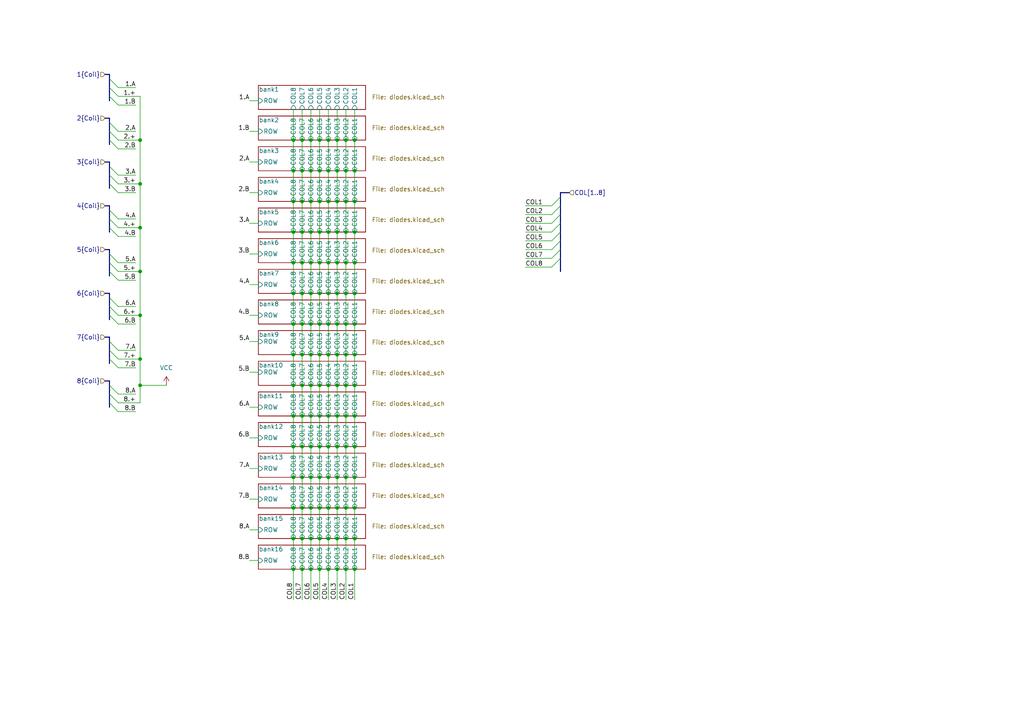
<source format=kicad_sch>
(kicad_sch (version 20231120) (generator "eeschema") (generator_version "8.0")
  (paper "A4")
  (lib_symbols
    (symbol "power:VCC" (power) (pin_numbers hide) (pin_names (offset 0) hide)
      (property "Value" "VCC" (at 0 3.556 0))
      (symbol "VCC_0_1"
        (polyline (pts (xy -0.762 1.27) (xy 0 2.54)))
        (polyline (pts (xy 0 0) (xy 0 2.54)))
        (polyline (pts (xy 0 2.54) (xy 0.762 1.27)))
      )
      (symbol "VCC_1_1"
        (pin power_in line (at 0 0 90) (length 0) (name "~") (number "1"))
      )
    )
  )
  (junction (at 87.63 102.87))
  (junction (at 85.09 111.76))
  (junction (at 97.79 93.98))
  (junction (at 85.09 120.65))
  (junction (at 92.71 156.21))
  (junction (at 87.63 111.76))
  (junction (at 97.79 120.65))
  (junction (at 40.64 53.34))
  (junction (at 85.09 76.2))
  (junction (at 102.87 120.65))
  (junction (at 102.87 156.21))
  (junction (at 90.17 58.42))
  (junction (at 87.63 58.42))
  (junction (at 85.09 67.31))
  (junction (at 40.64 78.74))
  (junction (at 90.17 40.64))
  (junction (at 97.79 129.54))
  (junction (at 87.63 67.31))
  (junction (at 95.25 85.09))
  (junction (at 90.17 93.98))
  (junction (at 100.33 165.1))
  (junction (at 92.71 40.64))
  (junction (at 85.09 129.54))
  (junction (at 40.64 91.44))
  (junction (at 85.09 156.21))
  (junction (at 90.17 85.09))
  (junction (at 102.87 49.53))
  (junction (at 92.71 147.32))
  (junction (at 87.63 129.54))
  (junction (at 100.33 156.21))
  (junction (at 97.79 76.2))
  (junction (at 95.25 76.2))
  (junction (at 85.09 93.98))
  (junction (at 87.63 156.21))
  (junction (at 102.87 40.64))
  (junction (at 87.63 49.53))
  (junction (at 100.33 49.53))
  (junction (at 90.17 76.2))
  (junction (at 95.25 67.31))
  (junction (at 100.33 138.43))
  (junction (at 92.71 129.54))
  (junction (at 87.63 138.43))
  (junction (at 85.09 165.1))
  (junction (at 102.87 85.09))
  (junction (at 102.87 67.31))
  (junction (at 95.25 138.43))
  (junction (at 95.25 49.53))
  (junction (at 95.25 102.87))
  (junction (at 102.87 147.32))
  (junction (at 85.09 58.42))
  (junction (at 102.87 138.43))
  (junction (at 90.17 67.31))
  (junction (at 40.64 66.04))
  (junction (at 97.79 156.21))
  (junction (at 92.71 67.31))
  (junction (at 90.17 49.53))
  (junction (at 100.33 76.2))
  (junction (at 92.71 138.43))
  (junction (at 95.25 147.32))
  (junction (at 95.25 156.21))
  (junction (at 97.79 67.31))
  (junction (at 92.71 58.42))
  (junction (at 87.63 147.32))
  (junction (at 102.87 93.98))
  (junction (at 87.63 165.1))
  (junction (at 97.79 85.09))
  (junction (at 100.33 111.76))
  (junction (at 95.25 93.98))
  (junction (at 92.71 165.1))
  (junction (at 87.63 40.64))
  (junction (at 100.33 129.54))
  (junction (at 90.17 111.76))
  (junction (at 92.71 111.76))
  (junction (at 85.09 40.64))
  (junction (at 85.09 138.43))
  (junction (at 90.17 102.87))
  (junction (at 97.79 165.1))
  (junction (at 87.63 120.65))
  (junction (at 85.09 85.09))
  (junction (at 97.79 138.43))
  (junction (at 95.25 40.64))
  (junction (at 92.71 120.65))
  (junction (at 95.25 111.76))
  (junction (at 100.33 40.64))
  (junction (at 97.79 58.42))
  (junction (at 97.79 49.53))
  (junction (at 87.63 93.98))
  (junction (at 90.17 165.1))
  (junction (at 102.87 129.54))
  (junction (at 92.71 85.09))
  (junction (at 100.33 67.31))
  (junction (at 102.87 76.2))
  (junction (at 97.79 102.87))
  (junction (at 40.64 40.64))
  (junction (at 92.71 49.53))
  (junction (at 102.87 102.87))
  (junction (at 95.25 120.65))
  (junction (at 87.63 85.09))
  (junction (at 85.09 49.53))
  (junction (at 100.33 85.09))
  (junction (at 90.17 129.54))
  (junction (at 92.71 102.87))
  (junction (at 87.63 76.2))
  (junction (at 92.71 93.98))
  (junction (at 100.33 147.32))
  (junction (at 40.64 104.14))
  (junction (at 100.33 120.65))
  (junction (at 90.17 147.32))
  (junction (at 95.25 58.42))
  (junction (at 95.25 129.54))
  (junction (at 92.71 76.2))
  (junction (at 85.09 102.87))
  (junction (at 85.09 147.32))
  (junction (at 100.33 102.87))
  (junction (at 97.79 147.32))
  (junction (at 40.64 111.76))
  (junction (at 102.87 165.1))
  (junction (at 90.17 156.21))
  (junction (at 97.79 40.64))
  (junction (at 100.33 93.98))
  (junction (at 102.87 111.76))
  (junction (at 100.33 58.42))
  (junction (at 97.79 111.76))
  (junction (at 90.17 138.43))
  (junction (at 95.25 165.1))
  (junction (at 90.17 120.65))
  (junction (at 102.87 58.42))
  (bus_entry (at 162.56 67.31) (size -2.54 2.54))
  (bus_entry (at 31.75 86.36) (size 2.54 2.54))
  (bus_entry (at 31.75 60.96) (size 2.54 2.54))
  (bus_entry (at 31.75 25.4) (size 2.54 2.54))
  (bus_entry (at 31.75 53.34) (size 2.54 2.54))
  (bus_entry (at 31.75 116.84) (size 2.54 2.54))
  (bus_entry (at 31.75 104.14) (size 2.54 2.54))
  (bus_entry (at 31.75 35.56) (size 2.54 2.54))
  (bus_entry (at 31.75 27.94) (size 2.54 2.54))
  (bus_entry (at 162.56 57.15) (size -2.54 2.54))
  (bus_entry (at 31.75 63.5) (size 2.54 2.54))
  (bus_entry (at 162.56 64.77) (size -2.54 2.54))
  (bus_entry (at 162.56 74.93) (size -2.54 2.54))
  (bus_entry (at 162.56 72.39) (size -2.54 2.54))
  (bus_entry (at 162.56 69.85) (size -2.54 2.54))
  (bus_entry (at 31.75 101.6) (size 2.54 2.54))
  (bus_entry (at 162.56 59.69) (size -2.54 2.54))
  (bus_entry (at 31.75 114.3) (size 2.54 2.54))
  (bus_entry (at 31.75 111.76) (size 2.54 2.54))
  (bus_entry (at 31.75 78.74) (size 2.54 2.54))
  (bus_entry (at 162.56 62.23) (size -2.54 2.54))
  (bus_entry (at 31.75 22.86) (size 2.54 2.54))
  (bus_entry (at 31.75 88.9) (size 2.54 2.54))
  (bus_entry (at 31.75 40.64) (size 2.54 2.54))
  (bus_entry (at 31.75 73.66) (size 2.54 2.54))
  (bus_entry (at 31.75 99.06) (size 2.54 2.54))
  (bus_entry (at 31.75 91.44) (size 2.54 2.54))
  (bus_entry (at 31.75 76.2) (size 2.54 2.54))
  (bus_entry (at 31.75 38.1) (size 2.54 2.54))
  (bus_entry (at 31.75 50.8) (size 2.54 2.54))
  (bus_entry (at 31.75 48.26) (size 2.54 2.54))
  (bus_entry (at 31.75 66.04) (size 2.54 2.54))
  (bus (pts (xy 31.75 60.96) (xy 31.75 63.5)))
  (wire (pts (xy 34.29 55.88) (xy 39.37 55.88)))
  (wire (pts (xy 40.64 78.74) (xy 40.64 66.04)))
  (wire (pts (xy 100.33 58.42) (xy 100.33 67.31)))
  (wire (pts (xy 152.4 74.93) (xy 160.02 74.93)))
  (bus (pts (xy 31.75 114.3) (xy 31.75 116.84)))
  (wire (pts (xy 34.29 78.74) (xy 40.64 78.74)))
  (wire (pts (xy 90.17 58.42) (xy 90.17 67.31)))
  (wire (pts (xy 152.4 77.47) (xy 160.02 77.47)))
  (bus (pts (xy 30.48 110.49) (xy 31.75 110.49)))
  (wire (pts (xy 97.79 129.54) (xy 97.79 138.43)))
  (wire (pts (xy 72.39 153.67) (xy 74.93 153.67)))
  (wire (pts (xy 92.71 147.32) (xy 92.71 156.21)))
  (wire (pts (xy 34.29 93.98) (xy 39.37 93.98)))
  (wire (pts (xy 97.79 111.76) (xy 97.79 120.65)))
  (bus (pts (xy 30.48 21.59) (xy 31.75 21.59)))
  (wire (pts (xy 72.39 64.77) (xy 74.93 64.77)))
  (wire (pts (xy 102.87 40.64) (xy 102.87 49.53)))
  (wire (pts (xy 85.09 156.21) (xy 85.09 165.1)))
  (wire (pts (xy 90.17 85.09) (xy 90.17 93.98)))
  (bus (pts (xy 31.75 63.5) (xy 31.75 66.04)))
  (wire (pts (xy 95.25 129.54) (xy 95.25 138.43)))
  (wire (pts (xy 95.25 58.42) (xy 95.25 67.31)))
  (wire (pts (xy 102.87 102.87) (xy 102.87 111.76)))
  (bus (pts (xy 162.56 72.39) (xy 162.56 69.85)))
  (wire (pts (xy 97.79 58.42) (xy 97.79 67.31)))
  (bus (pts (xy 30.48 46.99) (xy 31.75 46.99)))
  (wire (pts (xy 90.17 129.54) (xy 90.17 138.43)))
  (wire (pts (xy 72.39 29.21) (xy 74.93 29.21)))
  (wire (pts (xy 102.87 147.32) (xy 102.87 156.21)))
  (wire (pts (xy 92.71 67.31) (xy 92.71 76.2)))
  (bus (pts (xy 30.48 85.09) (xy 31.75 85.09)))
  (bus (pts (xy 30.48 97.79) (xy 31.75 97.79)))
  (wire (pts (xy 95.25 156.21) (xy 95.25 165.1)))
  (wire (pts (xy 100.33 165.1) (xy 100.33 173.99)))
  (bus (pts (xy 162.56 74.93) (xy 162.56 78.74)))
  (wire (pts (xy 87.63 138.43) (xy 87.63 147.32)))
  (wire (pts (xy 87.63 40.64) (xy 87.63 49.53)))
  (wire (pts (xy 100.33 102.87) (xy 100.33 111.76)))
  (wire (pts (xy 40.64 91.44) (xy 40.64 78.74)))
  (wire (pts (xy 72.39 46.99) (xy 74.93 46.99)))
  (bus (pts (xy 31.75 46.99) (xy 31.75 48.26)))
  (wire (pts (xy 34.29 104.14) (xy 40.64 104.14)))
  (bus (pts (xy 31.75 48.26) (xy 31.75 50.8)))
  (bus (pts (xy 31.75 104.14) (xy 31.75 105.41)))
  (wire (pts (xy 85.09 85.09) (xy 85.09 93.98)))
  (wire (pts (xy 90.17 156.21) (xy 90.17 165.1)))
  (wire (pts (xy 100.33 31.75) (xy 100.33 40.64)))
  (wire (pts (xy 34.29 101.6) (xy 39.37 101.6)))
  (wire (pts (xy 92.71 58.42) (xy 92.71 67.31)))
  (bus (pts (xy 31.75 110.49) (xy 31.75 111.76)))
  (wire (pts (xy 40.64 111.76) (xy 40.64 104.14)))
  (wire (pts (xy 97.79 40.64) (xy 97.79 49.53)))
  (wire (pts (xy 87.63 31.75) (xy 87.63 40.64)))
  (wire (pts (xy 34.29 68.58) (xy 39.37 68.58)))
  (wire (pts (xy 85.09 93.98) (xy 85.09 102.87)))
  (wire (pts (xy 85.09 138.43) (xy 85.09 147.32)))
  (wire (pts (xy 92.71 49.53) (xy 92.71 58.42)))
  (bus (pts (xy 31.75 88.9) (xy 31.75 91.44)))
  (wire (pts (xy 34.29 81.28) (xy 39.37 81.28)))
  (wire (pts (xy 92.71 40.64) (xy 92.71 49.53)))
  (bus (pts (xy 31.75 111.76) (xy 31.75 114.3)))
  (bus (pts (xy 30.48 59.69) (xy 31.75 59.69)))
  (bus (pts (xy 31.75 116.84) (xy 31.75 118.11)))
  (wire (pts (xy 97.79 120.65) (xy 97.79 129.54)))
  (bus (pts (xy 31.75 86.36) (xy 31.75 88.9)))
  (wire (pts (xy 90.17 93.98) (xy 90.17 102.87)))
  (wire (pts (xy 85.09 67.31) (xy 85.09 76.2)))
  (wire (pts (xy 90.17 40.64) (xy 90.17 49.53)))
  (wire (pts (xy 100.33 85.09) (xy 100.33 93.98)))
  (wire (pts (xy 34.29 66.04) (xy 40.64 66.04)))
  (wire (pts (xy 85.09 129.54) (xy 85.09 138.43)))
  (wire (pts (xy 34.29 43.18) (xy 39.37 43.18)))
  (wire (pts (xy 102.87 93.98) (xy 102.87 102.87)))
  (bus (pts (xy 31.75 76.2) (xy 31.75 78.74)))
  (wire (pts (xy 34.29 25.4) (xy 39.37 25.4)))
  (wire (pts (xy 85.09 40.64) (xy 85.09 49.53)))
  (wire (pts (xy 34.29 38.1) (xy 39.37 38.1)))
  (bus (pts (xy 31.75 27.94) (xy 31.75 29.21)))
  (wire (pts (xy 95.25 165.1) (xy 95.25 173.99)))
  (wire (pts (xy 90.17 31.75) (xy 90.17 40.64)))
  (wire (pts (xy 72.39 162.56) (xy 74.93 162.56)))
  (wire (pts (xy 34.29 76.2) (xy 39.37 76.2)))
  (wire (pts (xy 102.87 165.1) (xy 102.87 173.99)))
  (wire (pts (xy 87.63 93.98) (xy 87.63 102.87)))
  (bus (pts (xy 31.75 40.64) (xy 31.75 41.91)))
  (bus (pts (xy 162.56 69.85) (xy 162.56 67.31)))
  (bus (pts (xy 162.56 59.69) (xy 162.56 57.15)))
  (bus (pts (xy 31.75 59.69) (xy 31.75 60.96)))
  (bus (pts (xy 31.75 35.56) (xy 31.75 38.1)))
  (wire (pts (xy 100.33 67.31) (xy 100.33 76.2)))
  (wire (pts (xy 92.71 129.54) (xy 92.71 138.43)))
  (wire (pts (xy 152.4 72.39) (xy 160.02 72.39)))
  (bus (pts (xy 31.75 38.1) (xy 31.75 40.64)))
  (bus (pts (xy 162.56 57.15) (xy 162.56 55.88)))
  (wire (pts (xy 85.09 165.1) (xy 85.09 173.99)))
  (wire (pts (xy 90.17 76.2) (xy 90.17 85.09)))
  (wire (pts (xy 34.29 63.5) (xy 39.37 63.5)))
  (wire (pts (xy 34.29 40.64) (xy 40.64 40.64)))
  (wire (pts (xy 152.4 59.69) (xy 160.02 59.69)))
  (wire (pts (xy 102.87 156.21) (xy 102.87 165.1)))
  (wire (pts (xy 92.71 156.21) (xy 92.71 165.1)))
  (wire (pts (xy 152.4 69.85) (xy 160.02 69.85)))
  (wire (pts (xy 95.25 138.43) (xy 95.25 147.32)))
  (wire (pts (xy 72.39 38.1) (xy 74.93 38.1)))
  (bus (pts (xy 30.48 34.29) (xy 31.75 34.29)))
  (bus (pts (xy 30.48 72.39) (xy 31.75 72.39)))
  (wire (pts (xy 97.79 102.87) (xy 97.79 111.76)))
  (wire (pts (xy 85.09 120.65) (xy 85.09 129.54)))
  (wire (pts (xy 102.87 120.65) (xy 102.87 129.54)))
  (wire (pts (xy 100.33 111.76) (xy 100.33 120.65)))
  (wire (pts (xy 92.71 165.1) (xy 92.71 173.99)))
  (wire (pts (xy 72.39 91.44) (xy 74.93 91.44)))
  (wire (pts (xy 40.64 53.34) (xy 40.64 40.64)))
  (wire (pts (xy 102.87 111.76) (xy 102.87 120.65)))
  (wire (pts (xy 97.79 93.98) (xy 97.79 102.87)))
  (wire (pts (xy 97.79 147.32) (xy 97.79 156.21)))
  (wire (pts (xy 87.63 156.21) (xy 87.63 165.1)))
  (wire (pts (xy 85.09 58.42) (xy 85.09 67.31)))
  (wire (pts (xy 34.29 91.44) (xy 40.64 91.44)))
  (bus (pts (xy 162.56 64.77) (xy 162.56 62.23)))
  (wire (pts (xy 72.39 73.66) (xy 74.93 73.66)))
  (wire (pts (xy 100.33 93.98) (xy 100.33 102.87)))
  (wire (pts (xy 90.17 165.1) (xy 90.17 173.99)))
  (wire (pts (xy 87.63 147.32) (xy 87.63 156.21)))
  (wire (pts (xy 97.79 76.2) (xy 97.79 85.09)))
  (wire (pts (xy 34.29 53.34) (xy 40.64 53.34)))
  (wire (pts (xy 87.63 49.53) (xy 87.63 58.42)))
  (bus (pts (xy 31.75 66.04) (xy 31.75 67.31)))
  (wire (pts (xy 92.71 102.87) (xy 92.71 111.76)))
  (wire (pts (xy 97.79 85.09) (xy 97.79 93.98)))
  (wire (pts (xy 152.4 64.77) (xy 160.02 64.77)))
  (wire (pts (xy 100.33 76.2) (xy 100.33 85.09)))
  (wire (pts (xy 34.29 50.8) (xy 39.37 50.8)))
  (wire (pts (xy 85.09 49.53) (xy 85.09 58.42)))
  (wire (pts (xy 85.09 31.75) (xy 85.09 40.64)))
  (wire (pts (xy 34.29 106.68) (xy 39.37 106.68)))
  (bus (pts (xy 31.75 99.06) (xy 31.75 101.6)))
  (wire (pts (xy 152.4 62.23) (xy 160.02 62.23)))
  (wire (pts (xy 92.71 111.76) (xy 92.71 120.65)))
  (bus (pts (xy 31.75 91.44) (xy 31.75 92.71)))
  (wire (pts (xy 95.25 111.76) (xy 95.25 120.65)))
  (wire (pts (xy 95.25 76.2) (xy 95.25 85.09)))
  (bus (pts (xy 162.56 67.31) (xy 162.56 64.77)))
  (bus (pts (xy 31.75 50.8) (xy 31.75 53.34)))
  (wire (pts (xy 87.63 58.42) (xy 87.63 67.31)))
  (wire (pts (xy 72.39 107.95) (xy 74.93 107.95)))
  (wire (pts (xy 90.17 120.65) (xy 90.17 129.54)))
  (wire (pts (xy 102.87 85.09) (xy 102.87 93.98)))
  (wire (pts (xy 72.39 127) (xy 74.93 127)))
  (wire (pts (xy 100.33 40.64) (xy 100.33 49.53)))
  (wire (pts (xy 102.87 58.42) (xy 102.87 67.31)))
  (wire (pts (xy 40.64 116.84) (xy 40.64 111.76)))
  (wire (pts (xy 40.64 104.14) (xy 40.64 91.44)))
  (wire (pts (xy 102.87 31.75) (xy 102.87 40.64)))
  (wire (pts (xy 97.79 49.53) (xy 97.79 58.42)))
  (wire (pts (xy 40.64 66.04) (xy 40.64 53.34)))
  (wire (pts (xy 90.17 67.31) (xy 90.17 76.2)))
  (wire (pts (xy 152.4 67.31) (xy 160.02 67.31)))
  (wire (pts (xy 97.79 67.31) (xy 97.79 76.2)))
  (wire (pts (xy 95.25 93.98) (xy 95.25 102.87)))
  (wire (pts (xy 100.33 129.54) (xy 100.33 138.43)))
  (wire (pts (xy 90.17 49.53) (xy 90.17 58.42)))
  (wire (pts (xy 92.71 138.43) (xy 92.71 147.32)))
  (wire (pts (xy 97.79 156.21) (xy 97.79 165.1)))
  (wire (pts (xy 87.63 67.31) (xy 87.63 76.2)))
  (wire (pts (xy 40.64 111.76) (xy 48.26 111.76)))
  (wire (pts (xy 92.71 76.2) (xy 92.71 85.09)))
  (wire (pts (xy 85.09 111.76) (xy 85.09 120.65)))
  (bus (pts (xy 31.75 21.59) (xy 31.75 22.86)))
  (bus (pts (xy 31.75 72.39) (xy 31.75 73.66)))
  (wire (pts (xy 95.25 85.09) (xy 95.25 93.98)))
  (wire (pts (xy 102.87 67.31) (xy 102.87 76.2)))
  (wire (pts (xy 95.25 67.31) (xy 95.25 76.2)))
  (wire (pts (xy 34.29 30.48) (xy 39.37 30.48)))
  (bus (pts (xy 31.75 97.79) (xy 31.75 99.06)))
  (wire (pts (xy 90.17 111.76) (xy 90.17 120.65)))
  (wire (pts (xy 102.87 49.53) (xy 102.87 58.42)))
  (wire (pts (xy 87.63 85.09) (xy 87.63 93.98)))
  (wire (pts (xy 87.63 76.2) (xy 87.63 85.09)))
  (wire (pts (xy 92.71 120.65) (xy 92.71 129.54)))
  (wire (pts (xy 102.87 138.43) (xy 102.87 147.32)))
  (wire (pts (xy 34.29 119.38) (xy 39.37 119.38)))
  (bus (pts (xy 31.75 22.86) (xy 31.75 25.4)))
  (bus (pts (xy 162.56 74.93) (xy 162.56 72.39)))
  (wire (pts (xy 87.63 102.87) (xy 87.63 111.76)))
  (wire (pts (xy 100.33 147.32) (xy 100.33 156.21)))
  (wire (pts (xy 92.71 31.75) (xy 92.71 40.64)))
  (wire (pts (xy 87.63 129.54) (xy 87.63 138.43)))
  (wire (pts (xy 85.09 102.87) (xy 85.09 111.76)))
  (wire (pts (xy 92.71 93.98) (xy 92.71 102.87)))
  (bus (pts (xy 31.75 101.6) (xy 31.75 104.14)))
  (wire (pts (xy 95.25 102.87) (xy 95.25 111.76)))
  (wire (pts (xy 90.17 102.87) (xy 90.17 111.76)))
  (wire (pts (xy 95.25 31.75) (xy 95.25 40.64)))
  (wire (pts (xy 102.87 76.2) (xy 102.87 85.09)))
  (bus (pts (xy 31.75 85.09) (xy 31.75 86.36)))
  (wire (pts (xy 72.39 135.89) (xy 74.93 135.89)))
  (wire (pts (xy 87.63 165.1) (xy 87.63 173.99)))
  (wire (pts (xy 100.33 49.53) (xy 100.33 58.42)))
  (wire (pts (xy 34.29 114.3) (xy 39.37 114.3)))
  (wire (pts (xy 100.33 156.21) (xy 100.33 165.1)))
  (wire (pts (xy 95.25 49.53) (xy 95.25 58.42)))
  (wire (pts (xy 34.29 27.94) (xy 40.64 27.94)))
  (wire (pts (xy 34.29 88.9) (xy 39.37 88.9)))
  (wire (pts (xy 95.25 40.64) (xy 95.25 49.53)))
  (wire (pts (xy 97.79 138.43) (xy 97.79 147.32)))
  (wire (pts (xy 40.64 40.64) (xy 40.64 27.94)))
  (wire (pts (xy 72.39 99.06) (xy 74.93 99.06)))
  (wire (pts (xy 92.71 85.09) (xy 92.71 93.98)))
  (wire (pts (xy 87.63 120.65) (xy 87.63 129.54)))
  (wire (pts (xy 72.39 144.78) (xy 74.93 144.78)))
  (wire (pts (xy 95.25 120.65) (xy 95.25 129.54)))
  (bus (pts (xy 31.75 34.29) (xy 31.75 35.56)))
  (wire (pts (xy 72.39 55.88) (xy 74.93 55.88)))
  (wire (pts (xy 90.17 138.43) (xy 90.17 147.32)))
  (wire (pts (xy 87.63 111.76) (xy 87.63 120.65)))
  (bus (pts (xy 162.56 62.23) (xy 162.56 59.69)))
  (wire (pts (xy 72.39 118.11) (xy 74.93 118.11)))
  (bus (pts (xy 162.56 55.88) (xy 165.1 55.88)))
  (bus (pts (xy 31.75 73.66) (xy 31.75 76.2)))
  (wire (pts (xy 72.39 82.55) (xy 74.93 82.55)))
  (wire (pts (xy 97.79 165.1) (xy 97.79 173.99)))
  (wire (pts (xy 102.87 129.54) (xy 102.87 138.43)))
  (wire (pts (xy 85.09 76.2) (xy 85.09 85.09)))
  (wire (pts (xy 95.25 147.32) (xy 95.25 156.21)))
  (bus (pts (xy 31.75 53.34) (xy 31.75 54.61)))
  (wire (pts (xy 97.79 31.75) (xy 97.79 40.64)))
  (bus (pts (xy 31.75 78.74) (xy 31.75 80.01)))
  (wire (pts (xy 85.09 147.32) (xy 85.09 156.21)))
  (wire (pts (xy 100.33 120.65) (xy 100.33 129.54)))
  (wire (pts (xy 90.17 147.32) (xy 90.17 156.21)))
  (bus (pts (xy 31.75 25.4) (xy 31.75 27.94)))
  (wire (pts (xy 34.29 116.84) (xy 40.64 116.84)))
  (wire (pts (xy 100.33 138.43) (xy 100.33 147.32)))
  (label "1.B" (at 39.37 30.48 180))
  (label "3.B" (at 39.37 55.88 180))
  (label "3.A" (at 72.39 64.77 180))
  (label "COL2" (at 100.33 173.99 90))
  (label "6.A" (at 39.37 88.9 180))
  (label "3.B" (at 72.39 73.66 180))
  (label "7.A" (at 72.39 135.89 180))
  (label "1.A" (at 39.37 25.4 180))
  (label "COL5" (at 92.71 173.99 90))
  (label "2.A" (at 39.37 38.1 180))
  (label "4.+" (at 39.37 66.04 180))
  (label "5.A" (at 39.37 76.2 180))
  (label "COL1" (at 152.4 59.69 0))
  (label "3.A" (at 39.37 50.8 180))
  (label "8.B" (at 72.39 162.56 180))
  (label "5.B" (at 72.39 107.95 180))
  (label "8.A" (at 72.39 153.67 180))
  (label "1.A" (at 72.39 29.21 180))
  (label "COL1" (at 102.87 173.99 90))
  (label "5.A" (at 72.39 99.06 180))
  (label "8.B" (at 39.37 119.38 180))
  (label "COL7" (at 152.4 74.93 0))
  (label "7.B" (at 72.39 144.78 180))
  (label "8.A" (at 39.37 114.3 180))
  (label "4.B" (at 72.39 91.44 180))
  (label "1.+" (at 39.37 27.94 180))
  (label "COL4" (at 152.4 67.31 0))
  (label "COL6" (at 90.17 173.99 90))
  (label "7.+" (at 39.37 104.14 180))
  (label "COL3" (at 97.79 173.99 90))
  (label "4.A" (at 39.37 63.5 180))
  (label "COL7" (at 87.63 173.99 90))
  (label "COL2" (at 152.4 62.23 0))
  (label "COL8" (at 85.09 173.99 90))
  (label "5.+" (at 39.37 78.74 180))
  (label "4.A" (at 72.39 82.55 180))
  (label "3.+" (at 39.37 53.34 180))
  (label "COL6" (at 152.4 72.39 0))
  (label "8.+" (at 39.37 116.84 180))
  (label "COL5" (at 152.4 69.85 0))
  (label "COL4" (at 95.25 173.99 90))
  (label "6.A" (at 72.39 118.11 180))
  (label "2.B" (at 39.37 43.18 180))
  (label "2.B" (at 72.39 55.88 180))
  (label "4.B" (at 39.37 68.58 180))
  (label "7.A" (at 39.37 101.6 180))
  (label "1.B" (at 72.39 38.1 180))
  (label "7.B" (at 39.37 106.68 180))
  (label "5.B" (at 39.37 81.28 180))
  (label "2.A" (at 72.39 46.99 180))
  (label "COL3" (at 152.4 64.77 0))
  (label "6.B" (at 39.37 93.98 180))
  (label "2.+" (at 39.37 40.64 180))
  (label "COL8" (at 152.4 77.47 0))
  (label "6.+" (at 39.37 91.44 180))
  (label "6.B" (at 72.39 127 180))
  (hierarchical_label "3{Coil}" (shape input) (at 30.48 46.99 180))
  (hierarchical_label "7{Coil}" (shape input) (at 30.48 97.79 180))
  (hierarchical_label "4{Coil}" (shape input) (at 30.48 59.69 180))
  (hierarchical_label "2{Coil}" (shape input) (at 30.48 34.29 180))
  (hierarchical_label "1{Coil}" (shape input) (at 30.48 21.59 180))
  (hierarchical_label "COL[1..8]" (shape input) (at 165.1 55.88 0))
  (hierarchical_label "8{Coil}" (shape input) (at 30.48 110.49 180))
  (hierarchical_label "6{Coil}" (shape input) (at 30.48 85.09 180))
  (hierarchical_label "5{Coil}" (shape input) (at 30.48 72.39 180))
  (symbol (lib_id "power:VCC") (at 48.26 111.76 0) (unit 1)
    (property "Reference" "#PWR01001" (effects (hide yes)))
    (property "Value" "VCC" (at 48.26 106.68 0))
    (property "Description" "Power symbol creates a global label with name \"VCC\"" (effects (hide yes)))
  )
  (sheet (at 74.93 149.225) (size 31.115 6.985) (stroke (width 0.1524))
    (property "Sheetname" "bank15" (at 75.057 151.13 0) (effects (justify left bottom)))
    (property "Sheetfile" "diodes.kicad_sch" (at 107.823 151.892 0) (effects (justify left top)))
    (pin "COL4" input (at 95.25 156.21 270))
    (pin "COL1" input (at 102.87 156.21 270))
    (pin "COL2" input (at 100.33 156.21 270))
    (pin "COL5" input (at 92.71 156.21 270))
    (pin "COL6" input (at 90.17 156.21 270))
    (pin "COL3" input (at 97.79 156.21 270))
    (pin "COL7" input (at 87.63 156.21 270))
    (pin "COL8" input (at 85.09 156.21 270))
    (pin "ROW" input (at 74.93 153.67 180))
  )
  (sheet (at 74.93 113.665) (size 31.115 6.985) (stroke (width 0.1524))
    (property "Sheetname" "bank11" (at 75.057 115.57 0) (effects (justify left bottom)))
    (property "Sheetfile" "diodes.kicad_sch" (at 107.823 116.332 0) (effects (justify left top)))
    (pin "COL4" input (at 95.25 120.65 270))
    (pin "COL1" input (at 102.87 120.65 270))
    (pin "COL2" input (at 100.33 120.65 270))
    (pin "COL5" input (at 92.71 120.65 270))
    (pin "COL6" input (at 90.17 120.65 270))
    (pin "COL3" input (at 97.79 120.65 270))
    (pin "COL7" input (at 87.63 120.65 270))
    (pin "COL8" input (at 85.09 120.65 270))
    (pin "ROW" input (at 74.93 118.11 180))
  )
  (sheet (at 74.93 140.335) (size 31.115 6.985) (stroke (width 0.1524))
    (property "Sheetname" "bank14" (at 75.057 142.24 0) (effects (justify left bottom)))
    (property "Sheetfile" "diodes.kicad_sch" (at 107.823 143.002 0) (effects (justify left top)))
    (pin "COL4" input (at 95.25 147.32 270))
    (pin "COL1" input (at 102.87 147.32 270))
    (pin "COL2" input (at 100.33 147.32 270))
    (pin "COL5" input (at 92.71 147.32 270))
    (pin "COL6" input (at 90.17 147.32 270))
    (pin "COL3" input (at 97.79 147.32 270))
    (pin "COL7" input (at 87.63 147.32 270))
    (pin "COL8" input (at 85.09 147.32 270))
    (pin "ROW" input (at 74.93 144.78 180))
  )
  (sheet (at 74.93 33.655) (size 31.115 6.985) (stroke (width 0.1524))
    (property "Sheetname" "bank2" (at 75.057 35.56 0) (effects (justify left bottom)))
    (property "Sheetfile" "diodes.kicad_sch" (at 107.823 36.322 0) (effects (justify left top)))
    (pin "COL4" input (at 95.25 40.64 270))
    (pin "COL1" input (at 102.87 40.64 270))
    (pin "COL2" input (at 100.33 40.64 270))
    (pin "COL5" input (at 92.71 40.64 270))
    (pin "COL6" input (at 90.17 40.64 270))
    (pin "COL3" input (at 97.79 40.64 270))
    (pin "COL7" input (at 87.63 40.64 270))
    (pin "COL8" input (at 85.09 40.64 270))
    (pin "ROW" input (at 74.93 38.1 180))
  )
  (sheet (at 74.93 24.765) (size 31.115 6.985) (stroke (width 0.1524))
    (property "Sheetname" "bank1" (at 75.057 26.67 0) (effects (justify left bottom)))
    (property "Sheetfile" "diodes.kicad_sch" (at 107.823 27.432 0) (effects (justify left top)))
    (pin "COL4" input (at 95.25 31.75 270))
    (pin "COL1" input (at 102.87 31.75 270))
    (pin "COL2" input (at 100.33 31.75 270))
    (pin "COL5" input (at 92.71 31.75 270))
    (pin "COL6" input (at 90.17 31.75 270))
    (pin "COL3" input (at 97.79 31.75 270))
    (pin "COL7" input (at 87.63 31.75 270))
    (pin "COL8" input (at 85.09 31.75 270))
    (pin "ROW" input (at 74.93 29.21 180))
  )
  (sheet (at 74.93 86.995) (size 31.115 6.985) (stroke (width 0.1524))
    (property "Sheetname" "bank8" (at 75.057 88.9 0) (effects (justify left bottom)))
    (property "Sheetfile" "diodes.kicad_sch" (at 107.823 89.662 0) (effects (justify left top)))
    (pin "COL4" input (at 95.25 93.98 270))
    (pin "COL1" input (at 102.87 93.98 270))
    (pin "COL2" input (at 100.33 93.98 270))
    (pin "COL5" input (at 92.71 93.98 270))
    (pin "COL6" input (at 90.17 93.98 270))
    (pin "COL3" input (at 97.79 93.98 270))
    (pin "COL7" input (at 87.63 93.98 270))
    (pin "COL8" input (at 85.09 93.98 270))
    (pin "ROW" input (at 74.93 91.44 180))
  )
  (sheet (at 74.93 51.435) (size 31.115 6.985) (stroke (width 0.1524))
    (property "Sheetname" "bank4" (at 75.057 53.34 0) (effects (justify left bottom)))
    (property "Sheetfile" "diodes.kicad_sch" (at 107.823 54.102 0) (effects (justify left top)))
    (pin "COL4" input (at 95.25 58.42 270))
    (pin "COL1" input (at 102.87 58.42 270))
    (pin "COL2" input (at 100.33 58.42 270))
    (pin "COL5" input (at 92.71 58.42 270))
    (pin "COL6" input (at 90.17 58.42 270))
    (pin "COL3" input (at 97.79 58.42 270))
    (pin "COL7" input (at 87.63 58.42 270))
    (pin "COL8" input (at 85.09 58.42 270))
    (pin "ROW" input (at 74.93 55.88 180))
  )
  (sheet (at 74.93 104.775) (size 31.115 6.985) (stroke (width 0.1524))
    (property "Sheetname" "bank10" (at 75.057 106.68 0) (effects (justify left bottom)))
    (property "Sheetfile" "diodes.kicad_sch" (at 107.823 107.442 0) (effects (justify left top)))
    (pin "COL4" input (at 95.25 111.76 270))
    (pin "COL1" input (at 102.87 111.76 270))
    (pin "COL2" input (at 100.33 111.76 270))
    (pin "COL5" input (at 92.71 111.76 270))
    (pin "COL6" input (at 90.17 111.76 270))
    (pin "COL3" input (at 97.79 111.76 270))
    (pin "COL7" input (at 87.63 111.76 270))
    (pin "COL8" input (at 85.09 111.76 270))
    (pin "ROW" input (at 74.93 107.95 180))
  )
  (sheet (at 74.93 122.555) (size 31.115 6.985) (stroke (width 0.1524))
    (property "Sheetname" "bank12" (at 75.057 124.46 0) (effects (justify left bottom)))
    (property "Sheetfile" "diodes.kicad_sch" (at 107.823 125.222 0) (effects (justify left top)))
    (pin "COL4" input (at 95.25 129.54 270))
    (pin "COL1" input (at 102.87 129.54 270))
    (pin "COL2" input (at 100.33 129.54 270))
    (pin "COL5" input (at 92.71 129.54 270))
    (pin "COL6" input (at 90.17 129.54 270))
    (pin "COL3" input (at 97.79 129.54 270))
    (pin "COL7" input (at 87.63 129.54 270))
    (pin "COL8" input (at 85.09 129.54 270))
    (pin "ROW" input (at 74.93 127 180))
  )
  (sheet (at 74.93 131.445) (size 31.115 6.985) (stroke (width 0.1524))
    (property "Sheetname" "bank13" (at 75.057 133.35 0) (effects (justify left bottom)))
    (property "Sheetfile" "diodes.kicad_sch" (at 107.823 134.112 0) (effects (justify left top)))
    (pin "COL4" input (at 95.25 138.43 270))
    (pin "COL1" input (at 102.87 138.43 270))
    (pin "COL2" input (at 100.33 138.43 270))
    (pin "COL5" input (at 92.71 138.43 270))
    (pin "COL6" input (at 90.17 138.43 270))
    (pin "COL3" input (at 97.79 138.43 270))
    (pin "COL7" input (at 87.63 138.43 270))
    (pin "COL8" input (at 85.09 138.43 270))
    (pin "ROW" input (at 74.93 135.89 180))
  )
  (sheet (at 74.93 42.545) (size 31.115 6.985) (stroke (width 0.1524))
    (property "Sheetname" "bank3" (at 75.057 44.45 0) (effects (justify left bottom)))
    (property "Sheetfile" "diodes.kicad_sch" (at 107.823 45.212 0) (effects (justify left top)))
    (pin "COL4" input (at 95.25 49.53 270))
    (pin "COL1" input (at 102.87 49.53 270))
    (pin "COL2" input (at 100.33 49.53 270))
    (pin "COL5" input (at 92.71 49.53 270))
    (pin "COL6" input (at 90.17 49.53 270))
    (pin "COL3" input (at 97.79 49.53 270))
    (pin "COL7" input (at 87.63 49.53 270))
    (pin "COL8" input (at 85.09 49.53 270))
    (pin "ROW" input (at 74.93 46.99 180))
  )
  (sheet (at 74.93 158.115) (size 31.115 6.985) (stroke (width 0.1524))
    (property "Sheetname" "bank16" (at 75.057 160.02 0) (effects (justify left bottom)))
    (property "Sheetfile" "diodes.kicad_sch" (at 107.823 160.782 0) (effects (justify left top)))
    (pin "COL4" input (at 95.25 165.1 270))
    (pin "COL1" input (at 102.87 165.1 270))
    (pin "COL2" input (at 100.33 165.1 270))
    (pin "COL5" input (at 92.71 165.1 270))
    (pin "COL6" input (at 90.17 165.1 270))
    (pin "COL3" input (at 97.79 165.1 270))
    (pin "COL7" input (at 87.63 165.1 270))
    (pin "COL8" input (at 85.09 165.1 270))
    (pin "ROW" input (at 74.93 162.56 180))
  )
  (sheet (at 74.93 60.325) (size 31.115 6.985) (stroke (width 0.1524))
    (property "Sheetname" "bank5" (at 75.057 62.23 0) (effects (justify left bottom)))
    (property "Sheetfile" "diodes.kicad_sch" (at 107.823 62.992 0) (effects (justify left top)))
    (pin "COL4" input (at 95.25 67.31 270))
    (pin "COL1" input (at 102.87 67.31 270))
    (pin "COL2" input (at 100.33 67.31 270))
    (pin "COL5" input (at 92.71 67.31 270))
    (pin "COL6" input (at 90.17 67.31 270))
    (pin "COL3" input (at 97.79 67.31 270))
    (pin "COL7" input (at 87.63 67.31 270))
    (pin "COL8" input (at 85.09 67.31 270))
    (pin "ROW" input (at 74.93 64.77 180))
  )
  (sheet (at 74.93 69.215) (size 31.115 6.985) (stroke (width 0.1524))
    (property "Sheetname" "bank6" (at 75.057 71.12 0) (effects (justify left bottom)))
    (property "Sheetfile" "diodes.kicad_sch" (at 107.823 71.882 0) (effects (justify left top)))
    (pin "COL4" input (at 95.25 76.2 270))
    (pin "COL1" input (at 102.87 76.2 270))
    (pin "COL2" input (at 100.33 76.2 270))
    (pin "COL5" input (at 92.71 76.2 270))
    (pin "COL6" input (at 90.17 76.2 270))
    (pin "COL3" input (at 97.79 76.2 270))
    (pin "COL7" input (at 87.63 76.2 270))
    (pin "COL8" input (at 85.09 76.2 270))
    (pin "ROW" input (at 74.93 73.66 180))
  )
  (sheet (at 74.93 78.105) (size 31.115 6.985) (stroke (width 0.1524))
    (property "Sheetname" "bank7" (at 75.057 80.01 0) (effects (justify left bottom)))
    (property "Sheetfile" "diodes.kicad_sch" (at 107.823 80.772 0) (effects (justify left top)))
    (pin "COL4" input (at 95.25 85.09 270))
    (pin "COL1" input (at 102.87 85.09 270))
    (pin "COL2" input (at 100.33 85.09 270))
    (pin "COL5" input (at 92.71 85.09 270))
    (pin "COL6" input (at 90.17 85.09 270))
    (pin "COL3" input (at 97.79 85.09 270))
    (pin "COL7" input (at 87.63 85.09 270))
    (pin "COL8" input (at 85.09 85.09 270))
    (pin "ROW" input (at 74.93 82.55 180))
  )
  (sheet (at 74.93 95.885) (size 31.115 6.985) (stroke (width 0.1524))
    (property "Sheetname" "bank9" (at 75.057 97.79 0) (effects (justify left bottom)))
    (property "Sheetfile" "diodes.kicad_sch" (at 107.823 98.552 0) (effects (justify left top)))
    (pin "COL4" input (at 95.25 102.87 270))
    (pin "COL1" input (at 102.87 102.87 270))
    (pin "COL2" input (at 100.33 102.87 270))
    (pin "COL5" input (at 92.71 102.87 270))
    (pin "COL6" input (at 90.17 102.87 270))
    (pin "COL3" input (at 97.79 102.87 270))
    (pin "COL7" input (at 87.63 102.87 270))
    (pin "COL8" input (at 85.09 102.87 270))
    (pin "ROW" input (at 74.93 99.06 180))
  )
)
</source>
